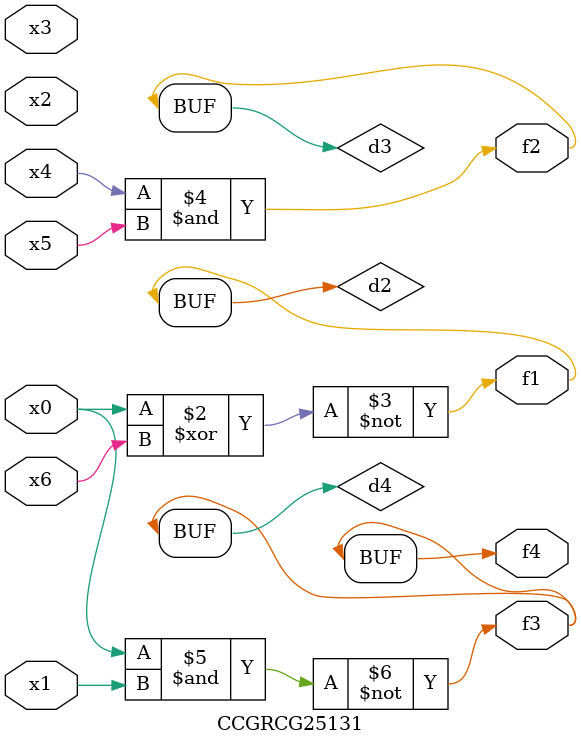
<source format=v>
module CCGRCG25131(
	input x0, x1, x2, x3, x4, x5, x6,
	output f1, f2, f3, f4
);

	wire d1, d2, d3, d4;

	nor (d1, x0);
	xnor (d2, x0, x6);
	and (d3, x4, x5);
	nand (d4, x0, x1);
	assign f1 = d2;
	assign f2 = d3;
	assign f3 = d4;
	assign f4 = d4;
endmodule

</source>
